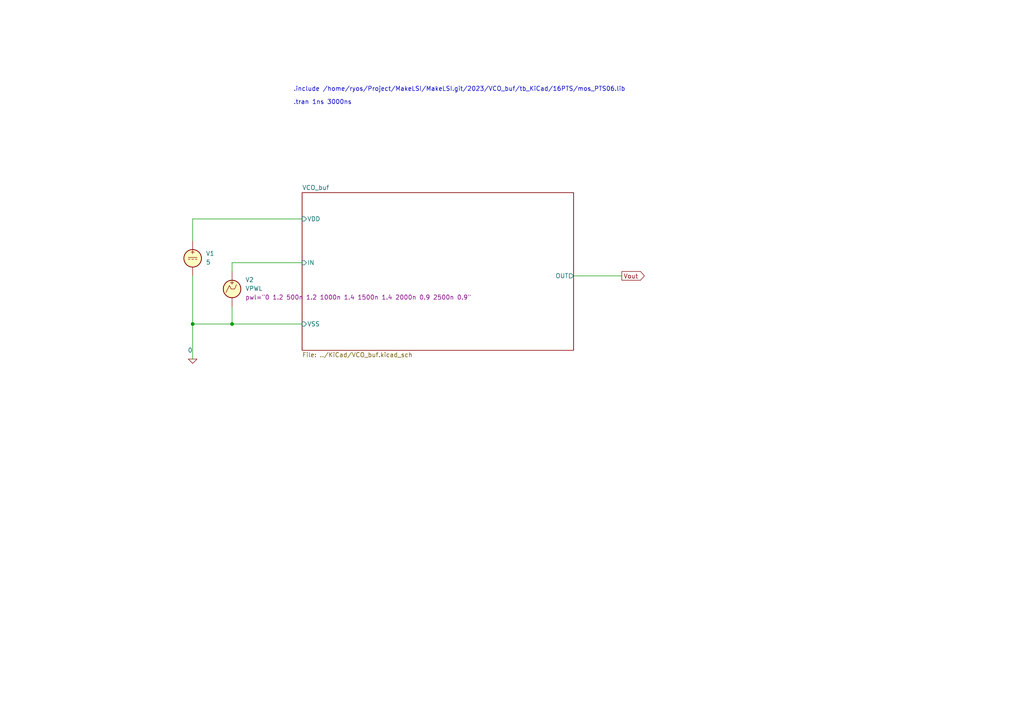
<source format=kicad_sch>
(kicad_sch (version 20230121) (generator eeschema)
  (paper "A4")
  (lib_symbols
    (symbol "OR1Symbols:0" (power) (pin_names (offset 0))
      (property "Value" "0" (at 0 -1.27 0))
      (symbol "0_0_1"
        (polyline (pts (xy -1.27 0) (xy 1.27 0) (xy 0 -1.27) (xy -1.27 0)))
      )
      (symbol "0_1_1"
        (pin power_in line (at 0 0 180) (length 0) hide (name "0") (number "1"))
      )
    )
    (symbol "Simulation_SPICE:VDC" (pin_numbers hide) (pin_names (offset 0.0254))
      (property "Reference" "V" (at 2.54 2.54 0))
      (property "Value" "1" (at 2.54 0 0))
      (symbol "VDC_0_0"
        (polyline (pts (xy -1.27 0.254) (xy 1.27 0.254)))
        (polyline (pts (xy -0.762 -0.254) (xy -1.27 -0.254)))
        (polyline (pts (xy 0.254 -0.254) (xy -0.254 -0.254)))
        (polyline (pts (xy 1.27 -0.254) (xy 0.762 -0.254)))
        (text "+" (at 0 1.905 0) (effects (font (size 1.27 1.27))))
      )
      (symbol "VDC_0_1"
        (circle (center 0 0) (radius 2.54) (stroke (width 0.254)) (fill (type background)))
      )
      (symbol "VDC_1_1"
        (pin passive line (at 0 5.08 270) (length 2.54) (name "~") (number "1"))
        (pin passive line (at 0 -5.08 90) (length 2.54) (name "~") (number "2"))
      )
    )
    (symbol "Simulation_SPICE:VPWL" (pin_numbers hide) (pin_names (offset 0.0254))
      (property "Reference" "V" (at 2.54 2.54 0))
      (property "Value" "VPWL" (at 2.54 0 0))
      (property "Sim.Params" "pwl=\"0 -1 50n -1 51n 0 97n 1 171n -1 200n -1\"" (at 2.54 -2.54 0))
      (symbol "VPWL_0_0"
        (polyline (pts (xy -1.778 -1.016) (xy -0.762 1.016) (xy -0.254 0) (xy 0.762 0) (xy 1.27 1.27)))
        (text "+" (at 0 1.905 0) (effects (font (size 1.27 1.27))))
      )
      (symbol "VPWL_0_1"
        (circle (center 0 0) (radius 2.54) (stroke (width 0.254)) (fill (type background)))
      )
      (symbol "VPWL_1_1"
        (pin passive line (at 0 5.08 270) (length 2.54) (name "~") (number "1"))
        (pin passive line (at 0 -5.08 90) (length 2.54) (name "~") (number "2"))
      )
    )
  )
  (junction (at 55.88 93.98))
  (junction (at 67.31 93.98))
  (wire (pts (xy 55.88 93.98) (xy 67.31 93.98)))
  (wire (pts (xy 55.88 63.5) (xy 55.88 69.85)))
  (wire (pts (xy 55.88 63.5) (xy 87.63 63.5)))
  (wire (pts (xy 67.31 76.2) (xy 87.63 76.2)))
  (wire (pts (xy 55.88 93.98) (xy 55.88 104.14)))
  (wire (pts (xy 67.31 88.9) (xy 67.31 93.98)))
  (wire (pts (xy 67.31 76.2) (xy 67.31 78.74)))
  (wire (pts (xy 67.31 93.98) (xy 87.63 93.98)))
  (wire (pts (xy 55.88 80.01) (xy 55.88 93.98)))
  (wire (pts (xy 166.37 80.01) (xy 180.34 80.01)))
  (text ".include /home/ryos/Project/MakeLSI/MakeLSI.git/2023/VCO_buf/tb_KiCad/16PTS/mos_PTS06.lib" (at 85.09 26.67 0) (effects (font (size 1.27 1.27)) (justify left bottom)))
  (text ".tran 1ns 3000ns\n" (at 85.09 30.48 0) (effects (font (size 1.27 1.27)) (justify left bottom)))
  (global_label "Vout" (shape output) (at 180.34 80.01 0) (property "Intersheetrefs" "${INTERSHEET_REFS}" (effects hide)))
  (symbol (lib_id "Simulation_SPICE:VPWL") (at 67.31 83.82 0) (unit 1)
    (property "Reference" "V2" (at 71.12 81.1502 0) (effects (justify left)))
    (property "Value" "VPWL" (at 71.12 83.6902 0) (effects (justify left)))
    (property "Sim.Pins" "1=+ 2=-" (effects hide))
    (property "Sim.Device" "V" (effects hide))
    (property "Sim.Params" "pwl=\"0 1.2 500n 1.2 1000n 1.4 1500n 1.4 2000n 0.9 2500n 0.9\"" (at 71.12 86.2302 0) (effects (justify left)))
    (property "Sim.Type" "PWL" (effects hide))
  )
  (symbol (lib_id "OR1Symbols:0") (at 55.88 104.14 0) (unit 1)
    (property "Reference" "#GND01" (effects hide))
    (property "Value" "0" (at 55.88 101.6 0) (effects (justify right)))
  )
  (symbol (lib_id "Simulation_SPICE:VDC") (at 55.88 74.93 0) (unit 1)
    (property "Reference" "V1" (at 59.69 73.5302 0) (effects (justify left)))
    (property "Value" "5" (at 59.69 76.0702 0) (effects (justify left)))
    (property "Sim.Pins" "1=+ 2=-" (effects hide))
    (property "Sim.Type" "DC" (effects hide))
    (property "Sim.Device" "V" (effects hide))
  )
  (sheet (at 87.63 55.88) (size 78.74 45.72) (stroke (width 0.1524))
    (property "Sheetname" "VCO_buf" (at 87.63 55.1684 0) (effects (justify left bottom)))
    (property "Sheetfile" "../KiCad/VCO_buf.kicad_sch" (at 87.63 102.1846 0) (effects (justify left top)))
    (pin "VSS" input (at 87.63 93.98 180))
    (pin "OUT" output (at 166.37 80.01 0))
    (pin "VDD" input (at 87.63 63.5 180))
    (pin "IN" input (at 87.63 76.2 180))
  )
)
</source>
